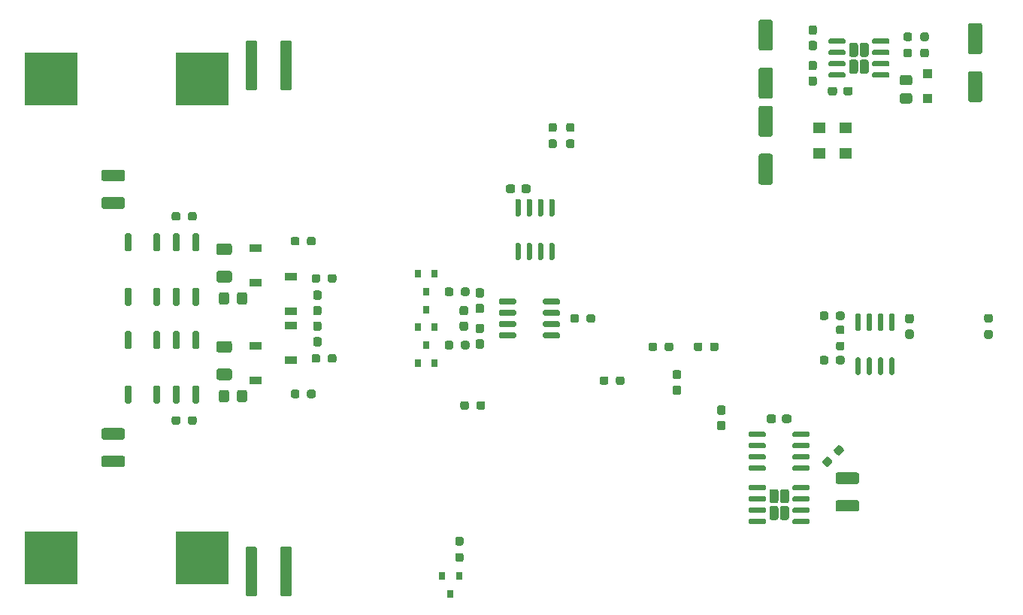
<source format=gtp>
G04 #@! TF.GenerationSoftware,KiCad,Pcbnew,(5.1.9)-1*
G04 #@! TF.CreationDate,2021-04-24T18:19:28-05:00*
G04 #@! TF.ProjectId,high-gain-diff-probe,68696768-2d67-4616-996e-2d646966662d,rev?*
G04 #@! TF.SameCoordinates,Original*
G04 #@! TF.FileFunction,Paste,Top*
G04 #@! TF.FilePolarity,Positive*
%FSLAX46Y46*%
G04 Gerber Fmt 4.6, Leading zero omitted, Abs format (unit mm)*
G04 Created by KiCad (PCBNEW (5.1.9)-1) date 2021-04-24 18:19:28*
%MOMM*%
%LPD*%
G01*
G04 APERTURE LIST*
%ADD10R,6.000000X6.000000*%
%ADD11R,1.100000X1.100000*%
%ADD12R,0.800000X0.900000*%
%ADD13R,1.400000X0.900000*%
%ADD14R,1.400000X1.300000*%
G04 APERTURE END LIST*
G36*
G01*
X194950000Y-72455000D02*
X194950000Y-72755000D01*
G75*
G02*
X194800000Y-72905000I-150000J0D01*
G01*
X193150000Y-72905000D01*
G75*
G02*
X193000000Y-72755000I0J150000D01*
G01*
X193000000Y-72455000D01*
G75*
G02*
X193150000Y-72305000I150000J0D01*
G01*
X194800000Y-72305000D01*
G75*
G02*
X194950000Y-72455000I0J-150000D01*
G01*
G37*
G36*
G01*
X194950000Y-71185000D02*
X194950000Y-71485000D01*
G75*
G02*
X194800000Y-71635000I-150000J0D01*
G01*
X193150000Y-71635000D01*
G75*
G02*
X193000000Y-71485000I0J150000D01*
G01*
X193000000Y-71185000D01*
G75*
G02*
X193150000Y-71035000I150000J0D01*
G01*
X194800000Y-71035000D01*
G75*
G02*
X194950000Y-71185000I0J-150000D01*
G01*
G37*
G36*
G01*
X194950000Y-69915000D02*
X194950000Y-70215000D01*
G75*
G02*
X194800000Y-70365000I-150000J0D01*
G01*
X193150000Y-70365000D01*
G75*
G02*
X193000000Y-70215000I0J150000D01*
G01*
X193000000Y-69915000D01*
G75*
G02*
X193150000Y-69765000I150000J0D01*
G01*
X194800000Y-69765000D01*
G75*
G02*
X194950000Y-69915000I0J-150000D01*
G01*
G37*
G36*
G01*
X194950000Y-68645000D02*
X194950000Y-68945000D01*
G75*
G02*
X194800000Y-69095000I-150000J0D01*
G01*
X193150000Y-69095000D01*
G75*
G02*
X193000000Y-68945000I0J150000D01*
G01*
X193000000Y-68645000D01*
G75*
G02*
X193150000Y-68495000I150000J0D01*
G01*
X194800000Y-68495000D01*
G75*
G02*
X194950000Y-68645000I0J-150000D01*
G01*
G37*
G36*
G01*
X190000000Y-68645000D02*
X190000000Y-68945000D01*
G75*
G02*
X189850000Y-69095000I-150000J0D01*
G01*
X188200000Y-69095000D01*
G75*
G02*
X188050000Y-68945000I0J150000D01*
G01*
X188050000Y-68645000D01*
G75*
G02*
X188200000Y-68495000I150000J0D01*
G01*
X189850000Y-68495000D01*
G75*
G02*
X190000000Y-68645000I0J-150000D01*
G01*
G37*
G36*
G01*
X190000000Y-69915000D02*
X190000000Y-70215000D01*
G75*
G02*
X189850000Y-70365000I-150000J0D01*
G01*
X188200000Y-70365000D01*
G75*
G02*
X188050000Y-70215000I0J150000D01*
G01*
X188050000Y-69915000D01*
G75*
G02*
X188200000Y-69765000I150000J0D01*
G01*
X189850000Y-69765000D01*
G75*
G02*
X190000000Y-69915000I0J-150000D01*
G01*
G37*
G36*
G01*
X190000000Y-71185000D02*
X190000000Y-71485000D01*
G75*
G02*
X189850000Y-71635000I-150000J0D01*
G01*
X188200000Y-71635000D01*
G75*
G02*
X188050000Y-71485000I0J150000D01*
G01*
X188050000Y-71185000D01*
G75*
G02*
X188200000Y-71035000I150000J0D01*
G01*
X189850000Y-71035000D01*
G75*
G02*
X190000000Y-71185000I0J-150000D01*
G01*
G37*
G36*
G01*
X190000000Y-72455000D02*
X190000000Y-72755000D01*
G75*
G02*
X189850000Y-72905000I-150000J0D01*
G01*
X188200000Y-72905000D01*
G75*
G02*
X188050000Y-72755000I0J150000D01*
G01*
X188050000Y-72455000D01*
G75*
G02*
X188200000Y-72305000I150000J0D01*
G01*
X189850000Y-72305000D01*
G75*
G02*
X190000000Y-72455000I0J-150000D01*
G01*
G37*
G36*
G01*
X192605000Y-71105000D02*
X192605000Y-72195000D01*
G75*
G02*
X192355000Y-72445000I-250000J0D01*
G01*
X191845000Y-72445000D01*
G75*
G02*
X191595000Y-72195000I0J250000D01*
G01*
X191595000Y-71105000D01*
G75*
G02*
X191845000Y-70855000I250000J0D01*
G01*
X192355000Y-70855000D01*
G75*
G02*
X192605000Y-71105000I0J-250000D01*
G01*
G37*
G36*
G01*
X192605000Y-69205000D02*
X192605000Y-70295000D01*
G75*
G02*
X192355000Y-70545000I-250000J0D01*
G01*
X191845000Y-70545000D01*
G75*
G02*
X191595000Y-70295000I0J250000D01*
G01*
X191595000Y-69205000D01*
G75*
G02*
X191845000Y-68955000I250000J0D01*
G01*
X192355000Y-68955000D01*
G75*
G02*
X192605000Y-69205000I0J-250000D01*
G01*
G37*
G36*
G01*
X191405000Y-71105000D02*
X191405000Y-72195000D01*
G75*
G02*
X191155000Y-72445000I-250000J0D01*
G01*
X190645000Y-72445000D01*
G75*
G02*
X190395000Y-72195000I0J250000D01*
G01*
X190395000Y-71105000D01*
G75*
G02*
X190645000Y-70855000I250000J0D01*
G01*
X191155000Y-70855000D01*
G75*
G02*
X191405000Y-71105000I0J-250000D01*
G01*
G37*
G36*
G01*
X191405000Y-69205000D02*
X191405000Y-70295000D01*
G75*
G02*
X191155000Y-70545000I-250000J0D01*
G01*
X190645000Y-70545000D01*
G75*
G02*
X190395000Y-70295000I0J250000D01*
G01*
X190395000Y-69205000D01*
G75*
G02*
X190645000Y-68955000I250000J0D01*
G01*
X191155000Y-68955000D01*
G75*
G02*
X191405000Y-69205000I0J-250000D01*
G01*
G37*
G36*
G01*
X179075000Y-119210000D02*
X179075000Y-118910000D01*
G75*
G02*
X179225000Y-118760000I150000J0D01*
G01*
X180875000Y-118760000D01*
G75*
G02*
X181025000Y-118910000I0J-150000D01*
G01*
X181025000Y-119210000D01*
G75*
G02*
X180875000Y-119360000I-150000J0D01*
G01*
X179225000Y-119360000D01*
G75*
G02*
X179075000Y-119210000I0J150000D01*
G01*
G37*
G36*
G01*
X179075000Y-120480000D02*
X179075000Y-120180000D01*
G75*
G02*
X179225000Y-120030000I150000J0D01*
G01*
X180875000Y-120030000D01*
G75*
G02*
X181025000Y-120180000I0J-150000D01*
G01*
X181025000Y-120480000D01*
G75*
G02*
X180875000Y-120630000I-150000J0D01*
G01*
X179225000Y-120630000D01*
G75*
G02*
X179075000Y-120480000I0J150000D01*
G01*
G37*
G36*
G01*
X179075000Y-121750000D02*
X179075000Y-121450000D01*
G75*
G02*
X179225000Y-121300000I150000J0D01*
G01*
X180875000Y-121300000D01*
G75*
G02*
X181025000Y-121450000I0J-150000D01*
G01*
X181025000Y-121750000D01*
G75*
G02*
X180875000Y-121900000I-150000J0D01*
G01*
X179225000Y-121900000D01*
G75*
G02*
X179075000Y-121750000I0J150000D01*
G01*
G37*
G36*
G01*
X179075000Y-123020000D02*
X179075000Y-122720000D01*
G75*
G02*
X179225000Y-122570000I150000J0D01*
G01*
X180875000Y-122570000D01*
G75*
G02*
X181025000Y-122720000I0J-150000D01*
G01*
X181025000Y-123020000D01*
G75*
G02*
X180875000Y-123170000I-150000J0D01*
G01*
X179225000Y-123170000D01*
G75*
G02*
X179075000Y-123020000I0J150000D01*
G01*
G37*
G36*
G01*
X184025000Y-123020000D02*
X184025000Y-122720000D01*
G75*
G02*
X184175000Y-122570000I150000J0D01*
G01*
X185825000Y-122570000D01*
G75*
G02*
X185975000Y-122720000I0J-150000D01*
G01*
X185975000Y-123020000D01*
G75*
G02*
X185825000Y-123170000I-150000J0D01*
G01*
X184175000Y-123170000D01*
G75*
G02*
X184025000Y-123020000I0J150000D01*
G01*
G37*
G36*
G01*
X184025000Y-121750000D02*
X184025000Y-121450000D01*
G75*
G02*
X184175000Y-121300000I150000J0D01*
G01*
X185825000Y-121300000D01*
G75*
G02*
X185975000Y-121450000I0J-150000D01*
G01*
X185975000Y-121750000D01*
G75*
G02*
X185825000Y-121900000I-150000J0D01*
G01*
X184175000Y-121900000D01*
G75*
G02*
X184025000Y-121750000I0J150000D01*
G01*
G37*
G36*
G01*
X184025000Y-120480000D02*
X184025000Y-120180000D01*
G75*
G02*
X184175000Y-120030000I150000J0D01*
G01*
X185825000Y-120030000D01*
G75*
G02*
X185975000Y-120180000I0J-150000D01*
G01*
X185975000Y-120480000D01*
G75*
G02*
X185825000Y-120630000I-150000J0D01*
G01*
X184175000Y-120630000D01*
G75*
G02*
X184025000Y-120480000I0J150000D01*
G01*
G37*
G36*
G01*
X184025000Y-119210000D02*
X184025000Y-118910000D01*
G75*
G02*
X184175000Y-118760000I150000J0D01*
G01*
X185825000Y-118760000D01*
G75*
G02*
X185975000Y-118910000I0J-150000D01*
G01*
X185975000Y-119210000D01*
G75*
G02*
X185825000Y-119360000I-150000J0D01*
G01*
X184175000Y-119360000D01*
G75*
G02*
X184025000Y-119210000I0J150000D01*
G01*
G37*
G36*
G01*
X181420000Y-120560000D02*
X181420000Y-119470000D01*
G75*
G02*
X181670000Y-119220000I250000J0D01*
G01*
X182180000Y-119220000D01*
G75*
G02*
X182430000Y-119470000I0J-250000D01*
G01*
X182430000Y-120560000D01*
G75*
G02*
X182180000Y-120810000I-250000J0D01*
G01*
X181670000Y-120810000D01*
G75*
G02*
X181420000Y-120560000I0J250000D01*
G01*
G37*
G36*
G01*
X181420000Y-122460000D02*
X181420000Y-121370000D01*
G75*
G02*
X181670000Y-121120000I250000J0D01*
G01*
X182180000Y-121120000D01*
G75*
G02*
X182430000Y-121370000I0J-250000D01*
G01*
X182430000Y-122460000D01*
G75*
G02*
X182180000Y-122710000I-250000J0D01*
G01*
X181670000Y-122710000D01*
G75*
G02*
X181420000Y-122460000I0J250000D01*
G01*
G37*
G36*
G01*
X182620000Y-120560000D02*
X182620000Y-119470000D01*
G75*
G02*
X182870000Y-119220000I250000J0D01*
G01*
X183380000Y-119220000D01*
G75*
G02*
X183630000Y-119470000I0J-250000D01*
G01*
X183630000Y-120560000D01*
G75*
G02*
X183380000Y-120810000I-250000J0D01*
G01*
X182870000Y-120810000D01*
G75*
G02*
X182620000Y-120560000I0J250000D01*
G01*
G37*
G36*
G01*
X182620000Y-122460000D02*
X182620000Y-121370000D01*
G75*
G02*
X182870000Y-121120000I250000J0D01*
G01*
X183380000Y-121120000D01*
G75*
G02*
X183630000Y-121370000I0J-250000D01*
G01*
X183630000Y-122460000D01*
G75*
G02*
X183380000Y-122710000I-250000J0D01*
G01*
X182870000Y-122710000D01*
G75*
G02*
X182620000Y-122460000I0J250000D01*
G01*
G37*
D10*
X100500000Y-127000000D03*
X117500000Y-127000000D03*
X100500000Y-73000000D03*
X117500000Y-73000000D03*
G36*
G01*
X146262500Y-126425000D02*
X146737500Y-126425000D01*
G75*
G02*
X146975000Y-126662500I0J-237500D01*
G01*
X146975000Y-127162500D01*
G75*
G02*
X146737500Y-127400000I-237500J0D01*
G01*
X146262500Y-127400000D01*
G75*
G02*
X146025000Y-127162500I0J237500D01*
G01*
X146025000Y-126662500D01*
G75*
G02*
X146262500Y-126425000I237500J0D01*
G01*
G37*
G36*
G01*
X146262500Y-124600000D02*
X146737500Y-124600000D01*
G75*
G02*
X146975000Y-124837500I0J-237500D01*
G01*
X146975000Y-125337500D01*
G75*
G02*
X146737500Y-125575000I-237500J0D01*
G01*
X146262500Y-125575000D01*
G75*
G02*
X146025000Y-125337500I0J237500D01*
G01*
X146025000Y-124837500D01*
G75*
G02*
X146262500Y-124600000I237500J0D01*
G01*
G37*
D11*
X199200000Y-75200000D03*
X199200000Y-72400000D03*
G36*
G01*
X181550000Y-69850000D02*
X180450000Y-69850000D01*
G75*
G02*
X180200000Y-69600000I0J250000D01*
G01*
X180200000Y-66600000D01*
G75*
G02*
X180450000Y-66350000I250000J0D01*
G01*
X181550000Y-66350000D01*
G75*
G02*
X181800000Y-66600000I0J-250000D01*
G01*
X181800000Y-69600000D01*
G75*
G02*
X181550000Y-69850000I-250000J0D01*
G01*
G37*
G36*
G01*
X181550000Y-75250000D02*
X180450000Y-75250000D01*
G75*
G02*
X180200000Y-75000000I0J250000D01*
G01*
X180200000Y-72000000D01*
G75*
G02*
X180450000Y-71750000I250000J0D01*
G01*
X181550000Y-71750000D01*
G75*
G02*
X181800000Y-72000000I0J-250000D01*
G01*
X181800000Y-75000000D01*
G75*
G02*
X181550000Y-75250000I-250000J0D01*
G01*
G37*
G36*
G01*
X181550000Y-79550000D02*
X180450000Y-79550000D01*
G75*
G02*
X180200000Y-79300000I0J250000D01*
G01*
X180200000Y-76300000D01*
G75*
G02*
X180450000Y-76050000I250000J0D01*
G01*
X181550000Y-76050000D01*
G75*
G02*
X181800000Y-76300000I0J-250000D01*
G01*
X181800000Y-79300000D01*
G75*
G02*
X181550000Y-79550000I-250000J0D01*
G01*
G37*
G36*
G01*
X181550000Y-84950000D02*
X180450000Y-84950000D01*
G75*
G02*
X180200000Y-84700000I0J250000D01*
G01*
X180200000Y-81700000D01*
G75*
G02*
X180450000Y-81450000I250000J0D01*
G01*
X181550000Y-81450000D01*
G75*
G02*
X181800000Y-81700000I0J-250000D01*
G01*
X181800000Y-84700000D01*
G75*
G02*
X181550000Y-84950000I-250000J0D01*
G01*
G37*
G36*
G01*
X204050000Y-72150000D02*
X205150000Y-72150000D01*
G75*
G02*
X205400000Y-72400000I0J-250000D01*
G01*
X205400000Y-75400000D01*
G75*
G02*
X205150000Y-75650000I-250000J0D01*
G01*
X204050000Y-75650000D01*
G75*
G02*
X203800000Y-75400000I0J250000D01*
G01*
X203800000Y-72400000D01*
G75*
G02*
X204050000Y-72150000I250000J0D01*
G01*
G37*
G36*
G01*
X204050000Y-66750000D02*
X205150000Y-66750000D01*
G75*
G02*
X205400000Y-67000000I0J-250000D01*
G01*
X205400000Y-70000000D01*
G75*
G02*
X205150000Y-70250000I-250000J0D01*
G01*
X204050000Y-70250000D01*
G75*
G02*
X203800000Y-70000000I0J250000D01*
G01*
X203800000Y-67000000D01*
G75*
G02*
X204050000Y-66750000I250000J0D01*
G01*
G37*
G36*
G01*
X169625000Y-103437500D02*
X169625000Y-102962500D01*
G75*
G02*
X169862500Y-102725000I237500J0D01*
G01*
X170362500Y-102725000D01*
G75*
G02*
X170600000Y-102962500I0J-237500D01*
G01*
X170600000Y-103437500D01*
G75*
G02*
X170362500Y-103675000I-237500J0D01*
G01*
X169862500Y-103675000D01*
G75*
G02*
X169625000Y-103437500I0J237500D01*
G01*
G37*
G36*
G01*
X167800000Y-103437500D02*
X167800000Y-102962500D01*
G75*
G02*
X168037500Y-102725000I237500J0D01*
G01*
X168537500Y-102725000D01*
G75*
G02*
X168775000Y-102962500I0J-237500D01*
G01*
X168775000Y-103437500D01*
G75*
G02*
X168537500Y-103675000I-237500J0D01*
G01*
X168037500Y-103675000D01*
G75*
G02*
X167800000Y-103437500I0J237500D01*
G01*
G37*
G36*
G01*
X173875000Y-102962500D02*
X173875000Y-103437500D01*
G75*
G02*
X173637500Y-103675000I-237500J0D01*
G01*
X173137500Y-103675000D01*
G75*
G02*
X172900000Y-103437500I0J237500D01*
G01*
X172900000Y-102962500D01*
G75*
G02*
X173137500Y-102725000I237500J0D01*
G01*
X173637500Y-102725000D01*
G75*
G02*
X173875000Y-102962500I0J-237500D01*
G01*
G37*
G36*
G01*
X175700000Y-102962500D02*
X175700000Y-103437500D01*
G75*
G02*
X175462500Y-103675000I-237500J0D01*
G01*
X174962500Y-103675000D01*
G75*
G02*
X174725000Y-103437500I0J237500D01*
G01*
X174725000Y-102962500D01*
G75*
G02*
X174962500Y-102725000I237500J0D01*
G01*
X175462500Y-102725000D01*
G75*
G02*
X175700000Y-102962500I0J-237500D01*
G01*
G37*
G36*
G01*
X120550000Y-108299999D02*
X120550000Y-109200001D01*
G75*
G02*
X120300001Y-109450000I-249999J0D01*
G01*
X119649999Y-109450000D01*
G75*
G02*
X119400000Y-109200001I0J249999D01*
G01*
X119400000Y-108299999D01*
G75*
G02*
X119649999Y-108050000I249999J0D01*
G01*
X120300001Y-108050000D01*
G75*
G02*
X120550000Y-108299999I0J-249999D01*
G01*
G37*
G36*
G01*
X122600000Y-108299999D02*
X122600000Y-109200001D01*
G75*
G02*
X122350001Y-109450000I-249999J0D01*
G01*
X121699999Y-109450000D01*
G75*
G02*
X121450000Y-109200001I0J249999D01*
G01*
X121450000Y-108299999D01*
G75*
G02*
X121699999Y-108050000I249999J0D01*
G01*
X122350001Y-108050000D01*
G75*
G02*
X122600000Y-108299999I0J-249999D01*
G01*
G37*
G36*
G01*
X120550000Y-97299999D02*
X120550000Y-98200001D01*
G75*
G02*
X120300001Y-98450000I-249999J0D01*
G01*
X119649999Y-98450000D01*
G75*
G02*
X119400000Y-98200001I0J249999D01*
G01*
X119400000Y-97299999D01*
G75*
G02*
X119649999Y-97050000I249999J0D01*
G01*
X120300001Y-97050000D01*
G75*
G02*
X120550000Y-97299999I0J-249999D01*
G01*
G37*
G36*
G01*
X122600000Y-97299999D02*
X122600000Y-98200001D01*
G75*
G02*
X122350001Y-98450000I-249999J0D01*
G01*
X121699999Y-98450000D01*
G75*
G02*
X121450000Y-98200001I0J249999D01*
G01*
X121450000Y-97299999D01*
G75*
G02*
X121699999Y-97050000I249999J0D01*
G01*
X122350001Y-97050000D01*
G75*
G02*
X122600000Y-97299999I0J-249999D01*
G01*
G37*
D12*
X145500000Y-131000000D03*
X144550000Y-129000000D03*
X146450000Y-129000000D03*
G36*
G01*
X122400000Y-131145300D02*
X122400000Y-125854700D01*
G75*
G02*
X122554700Y-125700000I154700J0D01*
G01*
X123545300Y-125700000D01*
G75*
G02*
X123700000Y-125854700I0J-154700D01*
G01*
X123700000Y-131145300D01*
G75*
G02*
X123545300Y-131300000I-154700J0D01*
G01*
X122554700Y-131300000D01*
G75*
G02*
X122400000Y-131145300I0J154700D01*
G01*
G37*
G36*
G01*
X126300000Y-131145300D02*
X126300000Y-125854700D01*
G75*
G02*
X126454700Y-125700000I154700J0D01*
G01*
X127445300Y-125700000D01*
G75*
G02*
X127600000Y-125854700I0J-154700D01*
G01*
X127600000Y-131145300D01*
G75*
G02*
X127445300Y-131300000I-154700J0D01*
G01*
X126454700Y-131300000D01*
G75*
G02*
X126300000Y-131145300I0J154700D01*
G01*
G37*
G36*
G01*
X127600000Y-68854700D02*
X127600000Y-74145300D01*
G75*
G02*
X127445300Y-74300000I-154700J0D01*
G01*
X126454700Y-74300000D01*
G75*
G02*
X126300000Y-74145300I0J154700D01*
G01*
X126300000Y-68854700D01*
G75*
G02*
X126454700Y-68700000I154700J0D01*
G01*
X127445300Y-68700000D01*
G75*
G02*
X127600000Y-68854700I0J-154700D01*
G01*
G37*
G36*
G01*
X123700000Y-68854700D02*
X123700000Y-74145300D01*
G75*
G02*
X123545300Y-74300000I-154700J0D01*
G01*
X122554700Y-74300000D01*
G75*
G02*
X122400000Y-74145300I0J154700D01*
G01*
X122400000Y-68854700D01*
G75*
G02*
X122554700Y-68700000I154700J0D01*
G01*
X123545300Y-68700000D01*
G75*
G02*
X123700000Y-68854700I0J-154700D01*
G01*
G37*
G36*
G01*
X197237500Y-68762500D02*
X196762500Y-68762500D01*
G75*
G02*
X196525000Y-68525000I0J237500D01*
G01*
X196525000Y-68025000D01*
G75*
G02*
X196762500Y-67787500I237500J0D01*
G01*
X197237500Y-67787500D01*
G75*
G02*
X197475000Y-68025000I0J-237500D01*
G01*
X197475000Y-68525000D01*
G75*
G02*
X197237500Y-68762500I-237500J0D01*
G01*
G37*
G36*
G01*
X197237500Y-70587500D02*
X196762500Y-70587500D01*
G75*
G02*
X196525000Y-70350000I0J237500D01*
G01*
X196525000Y-69850000D01*
G75*
G02*
X196762500Y-69612500I237500J0D01*
G01*
X197237500Y-69612500D01*
G75*
G02*
X197475000Y-69850000I0J-237500D01*
G01*
X197475000Y-70350000D01*
G75*
G02*
X197237500Y-70587500I-237500J0D01*
G01*
G37*
G36*
G01*
X198662500Y-69625000D02*
X199137500Y-69625000D01*
G75*
G02*
X199375000Y-69862500I0J-237500D01*
G01*
X199375000Y-70362500D01*
G75*
G02*
X199137500Y-70600000I-237500J0D01*
G01*
X198662500Y-70600000D01*
G75*
G02*
X198425000Y-70362500I0J237500D01*
G01*
X198425000Y-69862500D01*
G75*
G02*
X198662500Y-69625000I237500J0D01*
G01*
G37*
G36*
G01*
X198662500Y-67800000D02*
X199137500Y-67800000D01*
G75*
G02*
X199375000Y-68037500I0J-237500D01*
G01*
X199375000Y-68537500D01*
G75*
G02*
X199137500Y-68775000I-237500J0D01*
G01*
X198662500Y-68775000D01*
G75*
G02*
X198425000Y-68537500I0J237500D01*
G01*
X198425000Y-68037500D01*
G75*
G02*
X198662500Y-67800000I237500J0D01*
G01*
G37*
G36*
G01*
X181025000Y-116720000D02*
X181025000Y-117020000D01*
G75*
G02*
X180875000Y-117170000I-150000J0D01*
G01*
X179225000Y-117170000D01*
G75*
G02*
X179075000Y-117020000I0J150000D01*
G01*
X179075000Y-116720000D01*
G75*
G02*
X179225000Y-116570000I150000J0D01*
G01*
X180875000Y-116570000D01*
G75*
G02*
X181025000Y-116720000I0J-150000D01*
G01*
G37*
G36*
G01*
X181025000Y-115450000D02*
X181025000Y-115750000D01*
G75*
G02*
X180875000Y-115900000I-150000J0D01*
G01*
X179225000Y-115900000D01*
G75*
G02*
X179075000Y-115750000I0J150000D01*
G01*
X179075000Y-115450000D01*
G75*
G02*
X179225000Y-115300000I150000J0D01*
G01*
X180875000Y-115300000D01*
G75*
G02*
X181025000Y-115450000I0J-150000D01*
G01*
G37*
G36*
G01*
X181025000Y-114180000D02*
X181025000Y-114480000D01*
G75*
G02*
X180875000Y-114630000I-150000J0D01*
G01*
X179225000Y-114630000D01*
G75*
G02*
X179075000Y-114480000I0J150000D01*
G01*
X179075000Y-114180000D01*
G75*
G02*
X179225000Y-114030000I150000J0D01*
G01*
X180875000Y-114030000D01*
G75*
G02*
X181025000Y-114180000I0J-150000D01*
G01*
G37*
G36*
G01*
X181025000Y-112910000D02*
X181025000Y-113210000D01*
G75*
G02*
X180875000Y-113360000I-150000J0D01*
G01*
X179225000Y-113360000D01*
G75*
G02*
X179075000Y-113210000I0J150000D01*
G01*
X179075000Y-112910000D01*
G75*
G02*
X179225000Y-112760000I150000J0D01*
G01*
X180875000Y-112760000D01*
G75*
G02*
X181025000Y-112910000I0J-150000D01*
G01*
G37*
G36*
G01*
X185975000Y-112910000D02*
X185975000Y-113210000D01*
G75*
G02*
X185825000Y-113360000I-150000J0D01*
G01*
X184175000Y-113360000D01*
G75*
G02*
X184025000Y-113210000I0J150000D01*
G01*
X184025000Y-112910000D01*
G75*
G02*
X184175000Y-112760000I150000J0D01*
G01*
X185825000Y-112760000D01*
G75*
G02*
X185975000Y-112910000I0J-150000D01*
G01*
G37*
G36*
G01*
X185975000Y-114180000D02*
X185975000Y-114480000D01*
G75*
G02*
X185825000Y-114630000I-150000J0D01*
G01*
X184175000Y-114630000D01*
G75*
G02*
X184025000Y-114480000I0J150000D01*
G01*
X184025000Y-114180000D01*
G75*
G02*
X184175000Y-114030000I150000J0D01*
G01*
X185825000Y-114030000D01*
G75*
G02*
X185975000Y-114180000I0J-150000D01*
G01*
G37*
G36*
G01*
X185975000Y-115450000D02*
X185975000Y-115750000D01*
G75*
G02*
X185825000Y-115900000I-150000J0D01*
G01*
X184175000Y-115900000D01*
G75*
G02*
X184025000Y-115750000I0J150000D01*
G01*
X184025000Y-115450000D01*
G75*
G02*
X184175000Y-115300000I150000J0D01*
G01*
X185825000Y-115300000D01*
G75*
G02*
X185975000Y-115450000I0J-150000D01*
G01*
G37*
G36*
G01*
X185975000Y-116720000D02*
X185975000Y-117020000D01*
G75*
G02*
X185825000Y-117170000I-150000J0D01*
G01*
X184175000Y-117170000D01*
G75*
G02*
X184025000Y-117020000I0J150000D01*
G01*
X184025000Y-116720000D01*
G75*
G02*
X184175000Y-116570000I150000J0D01*
G01*
X185825000Y-116570000D01*
G75*
G02*
X185975000Y-116720000I0J-150000D01*
G01*
G37*
G36*
G01*
X156755000Y-91500000D02*
X157055000Y-91500000D01*
G75*
G02*
X157205000Y-91650000I0J-150000D01*
G01*
X157205000Y-93300000D01*
G75*
G02*
X157055000Y-93450000I-150000J0D01*
G01*
X156755000Y-93450000D01*
G75*
G02*
X156605000Y-93300000I0J150000D01*
G01*
X156605000Y-91650000D01*
G75*
G02*
X156755000Y-91500000I150000J0D01*
G01*
G37*
G36*
G01*
X155485000Y-91500000D02*
X155785000Y-91500000D01*
G75*
G02*
X155935000Y-91650000I0J-150000D01*
G01*
X155935000Y-93300000D01*
G75*
G02*
X155785000Y-93450000I-150000J0D01*
G01*
X155485000Y-93450000D01*
G75*
G02*
X155335000Y-93300000I0J150000D01*
G01*
X155335000Y-91650000D01*
G75*
G02*
X155485000Y-91500000I150000J0D01*
G01*
G37*
G36*
G01*
X154215000Y-91500000D02*
X154515000Y-91500000D01*
G75*
G02*
X154665000Y-91650000I0J-150000D01*
G01*
X154665000Y-93300000D01*
G75*
G02*
X154515000Y-93450000I-150000J0D01*
G01*
X154215000Y-93450000D01*
G75*
G02*
X154065000Y-93300000I0J150000D01*
G01*
X154065000Y-91650000D01*
G75*
G02*
X154215000Y-91500000I150000J0D01*
G01*
G37*
G36*
G01*
X152945000Y-91500000D02*
X153245000Y-91500000D01*
G75*
G02*
X153395000Y-91650000I0J-150000D01*
G01*
X153395000Y-93300000D01*
G75*
G02*
X153245000Y-93450000I-150000J0D01*
G01*
X152945000Y-93450000D01*
G75*
G02*
X152795000Y-93300000I0J150000D01*
G01*
X152795000Y-91650000D01*
G75*
G02*
X152945000Y-91500000I150000J0D01*
G01*
G37*
G36*
G01*
X152945000Y-86550000D02*
X153245000Y-86550000D01*
G75*
G02*
X153395000Y-86700000I0J-150000D01*
G01*
X153395000Y-88350000D01*
G75*
G02*
X153245000Y-88500000I-150000J0D01*
G01*
X152945000Y-88500000D01*
G75*
G02*
X152795000Y-88350000I0J150000D01*
G01*
X152795000Y-86700000D01*
G75*
G02*
X152945000Y-86550000I150000J0D01*
G01*
G37*
G36*
G01*
X154215000Y-86550000D02*
X154515000Y-86550000D01*
G75*
G02*
X154665000Y-86700000I0J-150000D01*
G01*
X154665000Y-88350000D01*
G75*
G02*
X154515000Y-88500000I-150000J0D01*
G01*
X154215000Y-88500000D01*
G75*
G02*
X154065000Y-88350000I0J150000D01*
G01*
X154065000Y-86700000D01*
G75*
G02*
X154215000Y-86550000I150000J0D01*
G01*
G37*
G36*
G01*
X155485000Y-86550000D02*
X155785000Y-86550000D01*
G75*
G02*
X155935000Y-86700000I0J-150000D01*
G01*
X155935000Y-88350000D01*
G75*
G02*
X155785000Y-88500000I-150000J0D01*
G01*
X155485000Y-88500000D01*
G75*
G02*
X155335000Y-88350000I0J150000D01*
G01*
X155335000Y-86700000D01*
G75*
G02*
X155485000Y-86550000I150000J0D01*
G01*
G37*
G36*
G01*
X156755000Y-86550000D02*
X157055000Y-86550000D01*
G75*
G02*
X157205000Y-86700000I0J-150000D01*
G01*
X157205000Y-88350000D01*
G75*
G02*
X157055000Y-88500000I-150000J0D01*
G01*
X156755000Y-88500000D01*
G75*
G02*
X156605000Y-88350000I0J150000D01*
G01*
X156605000Y-86700000D01*
G75*
G02*
X156755000Y-86550000I150000J0D01*
G01*
G37*
G36*
G01*
X189068458Y-115367418D02*
X188732582Y-115031542D01*
G75*
G02*
X188732582Y-114695666I167938J167938D01*
G01*
X189086136Y-114342112D01*
G75*
G02*
X189422012Y-114342112I167938J-167938D01*
G01*
X189757888Y-114677988D01*
G75*
G02*
X189757888Y-115013864I-167938J-167938D01*
G01*
X189404334Y-115367418D01*
G75*
G02*
X189068458Y-115367418I-167938J167938D01*
G01*
G37*
G36*
G01*
X187777988Y-116657888D02*
X187442112Y-116322012D01*
G75*
G02*
X187442112Y-115986136I167938J167938D01*
G01*
X187795666Y-115632582D01*
G75*
G02*
X188131542Y-115632582I167938J-167938D01*
G01*
X188467418Y-115968458D01*
G75*
G02*
X188467418Y-116304334I-167938J-167938D01*
G01*
X188113864Y-116657888D01*
G75*
G02*
X187777988Y-116657888I-167938J167938D01*
G01*
G37*
G36*
G01*
X164125000Y-107237500D02*
X164125000Y-106762500D01*
G75*
G02*
X164362500Y-106525000I237500J0D01*
G01*
X164862500Y-106525000D01*
G75*
G02*
X165100000Y-106762500I0J-237500D01*
G01*
X165100000Y-107237500D01*
G75*
G02*
X164862500Y-107475000I-237500J0D01*
G01*
X164362500Y-107475000D01*
G75*
G02*
X164125000Y-107237500I0J237500D01*
G01*
G37*
G36*
G01*
X162300000Y-107237500D02*
X162300000Y-106762500D01*
G75*
G02*
X162537500Y-106525000I237500J0D01*
G01*
X163037500Y-106525000D01*
G75*
G02*
X163275000Y-106762500I0J-237500D01*
G01*
X163275000Y-107237500D01*
G75*
G02*
X163037500Y-107475000I-237500J0D01*
G01*
X162537500Y-107475000D01*
G75*
G02*
X162300000Y-107237500I0J237500D01*
G01*
G37*
G36*
G01*
X147575000Y-109562500D02*
X147575000Y-110037500D01*
G75*
G02*
X147337500Y-110275000I-237500J0D01*
G01*
X146837500Y-110275000D01*
G75*
G02*
X146600000Y-110037500I0J237500D01*
G01*
X146600000Y-109562500D01*
G75*
G02*
X146837500Y-109325000I237500J0D01*
G01*
X147337500Y-109325000D01*
G75*
G02*
X147575000Y-109562500I0J-237500D01*
G01*
G37*
G36*
G01*
X149400000Y-109562500D02*
X149400000Y-110037500D01*
G75*
G02*
X149162500Y-110275000I-237500J0D01*
G01*
X148662500Y-110275000D01*
G75*
G02*
X148425000Y-110037500I0J237500D01*
G01*
X148425000Y-109562500D01*
G75*
G02*
X148662500Y-109325000I237500J0D01*
G01*
X149162500Y-109325000D01*
G75*
G02*
X149400000Y-109562500I0J-237500D01*
G01*
G37*
G36*
G01*
X129337500Y-108737500D02*
X129337500Y-108262500D01*
G75*
G02*
X129575000Y-108025000I237500J0D01*
G01*
X130075000Y-108025000D01*
G75*
G02*
X130312500Y-108262500I0J-237500D01*
G01*
X130312500Y-108737500D01*
G75*
G02*
X130075000Y-108975000I-237500J0D01*
G01*
X129575000Y-108975000D01*
G75*
G02*
X129337500Y-108737500I0J237500D01*
G01*
G37*
G36*
G01*
X127512500Y-108737500D02*
X127512500Y-108262500D01*
G75*
G02*
X127750000Y-108025000I237500J0D01*
G01*
X128250000Y-108025000D01*
G75*
G02*
X128487500Y-108262500I0J-237500D01*
G01*
X128487500Y-108737500D01*
G75*
G02*
X128250000Y-108975000I-237500J0D01*
G01*
X127750000Y-108975000D01*
G75*
G02*
X127512500Y-108737500I0J237500D01*
G01*
G37*
G36*
G01*
X129337500Y-91537500D02*
X129337500Y-91062500D01*
G75*
G02*
X129575000Y-90825000I237500J0D01*
G01*
X130075000Y-90825000D01*
G75*
G02*
X130312500Y-91062500I0J-237500D01*
G01*
X130312500Y-91537500D01*
G75*
G02*
X130075000Y-91775000I-237500J0D01*
G01*
X129575000Y-91775000D01*
G75*
G02*
X129337500Y-91537500I0J237500D01*
G01*
G37*
G36*
G01*
X127512500Y-91537500D02*
X127512500Y-91062500D01*
G75*
G02*
X127750000Y-90825000I237500J0D01*
G01*
X128250000Y-90825000D01*
G75*
G02*
X128487500Y-91062500I0J-237500D01*
G01*
X128487500Y-91537500D01*
G75*
G02*
X128250000Y-91775000I-237500J0D01*
G01*
X127750000Y-91775000D01*
G75*
G02*
X127512500Y-91537500I0J237500D01*
G01*
G37*
G36*
G01*
X119374999Y-105650000D02*
X120625001Y-105650000D01*
G75*
G02*
X120875000Y-105899999I0J-249999D01*
G01*
X120875000Y-106700001D01*
G75*
G02*
X120625001Y-106950000I-249999J0D01*
G01*
X119374999Y-106950000D01*
G75*
G02*
X119125000Y-106700001I0J249999D01*
G01*
X119125000Y-105899999D01*
G75*
G02*
X119374999Y-105650000I249999J0D01*
G01*
G37*
G36*
G01*
X119374999Y-102550000D02*
X120625001Y-102550000D01*
G75*
G02*
X120875000Y-102799999I0J-249999D01*
G01*
X120875000Y-103600001D01*
G75*
G02*
X120625001Y-103850000I-249999J0D01*
G01*
X119374999Y-103850000D01*
G75*
G02*
X119125000Y-103600001I0J249999D01*
G01*
X119125000Y-102799999D01*
G75*
G02*
X119374999Y-102550000I249999J0D01*
G01*
G37*
G36*
G01*
X115075000Y-111262500D02*
X115075000Y-111737500D01*
G75*
G02*
X114837500Y-111975000I-237500J0D01*
G01*
X114337500Y-111975000D01*
G75*
G02*
X114100000Y-111737500I0J237500D01*
G01*
X114100000Y-111262500D01*
G75*
G02*
X114337500Y-111025000I237500J0D01*
G01*
X114837500Y-111025000D01*
G75*
G02*
X115075000Y-111262500I0J-237500D01*
G01*
G37*
G36*
G01*
X116900000Y-111262500D02*
X116900000Y-111737500D01*
G75*
G02*
X116662500Y-111975000I-237500J0D01*
G01*
X116162500Y-111975000D01*
G75*
G02*
X115925000Y-111737500I0J237500D01*
G01*
X115925000Y-111262500D01*
G75*
G02*
X116162500Y-111025000I237500J0D01*
G01*
X116662500Y-111025000D01*
G75*
G02*
X116900000Y-111262500I0J-237500D01*
G01*
G37*
G36*
G01*
X115075000Y-88262500D02*
X115075000Y-88737500D01*
G75*
G02*
X114837500Y-88975000I-237500J0D01*
G01*
X114337500Y-88975000D01*
G75*
G02*
X114100000Y-88737500I0J237500D01*
G01*
X114100000Y-88262500D01*
G75*
G02*
X114337500Y-88025000I237500J0D01*
G01*
X114837500Y-88025000D01*
G75*
G02*
X115075000Y-88262500I0J-237500D01*
G01*
G37*
G36*
G01*
X116900000Y-88262500D02*
X116900000Y-88737500D01*
G75*
G02*
X116662500Y-88975000I-237500J0D01*
G01*
X116162500Y-88975000D01*
G75*
G02*
X115925000Y-88737500I0J237500D01*
G01*
X115925000Y-88262500D01*
G75*
G02*
X116162500Y-88025000I237500J0D01*
G01*
X116662500Y-88025000D01*
G75*
G02*
X116900000Y-88262500I0J-237500D01*
G01*
G37*
G36*
G01*
X108575001Y-113650000D02*
X106424999Y-113650000D01*
G75*
G02*
X106175000Y-113400001I0J249999D01*
G01*
X106175000Y-112599999D01*
G75*
G02*
X106424999Y-112350000I249999J0D01*
G01*
X108575001Y-112350000D01*
G75*
G02*
X108825000Y-112599999I0J-249999D01*
G01*
X108825000Y-113400001D01*
G75*
G02*
X108575001Y-113650000I-249999J0D01*
G01*
G37*
G36*
G01*
X108575001Y-116750000D02*
X106424999Y-116750000D01*
G75*
G02*
X106175000Y-116500001I0J249999D01*
G01*
X106175000Y-115699999D01*
G75*
G02*
X106424999Y-115450000I249999J0D01*
G01*
X108575001Y-115450000D01*
G75*
G02*
X108825000Y-115699999I0J-249999D01*
G01*
X108825000Y-116500001D01*
G75*
G02*
X108575001Y-116750000I-249999J0D01*
G01*
G37*
G36*
G01*
X106424999Y-86350000D02*
X108575001Y-86350000D01*
G75*
G02*
X108825000Y-86599999I0J-249999D01*
G01*
X108825000Y-87400001D01*
G75*
G02*
X108575001Y-87650000I-249999J0D01*
G01*
X106424999Y-87650000D01*
G75*
G02*
X106175000Y-87400001I0J249999D01*
G01*
X106175000Y-86599999D01*
G75*
G02*
X106424999Y-86350000I249999J0D01*
G01*
G37*
G36*
G01*
X106424999Y-83250000D02*
X108575001Y-83250000D01*
G75*
G02*
X108825000Y-83499999I0J-249999D01*
G01*
X108825000Y-84300001D01*
G75*
G02*
X108575001Y-84550000I-249999J0D01*
G01*
X106424999Y-84550000D01*
G75*
G02*
X106175000Y-84300001I0J249999D01*
G01*
X106175000Y-83499999D01*
G75*
G02*
X106424999Y-83250000I249999J0D01*
G01*
G37*
G36*
G01*
X119374999Y-94650000D02*
X120625001Y-94650000D01*
G75*
G02*
X120875000Y-94899999I0J-249999D01*
G01*
X120875000Y-95700001D01*
G75*
G02*
X120625001Y-95950000I-249999J0D01*
G01*
X119374999Y-95950000D01*
G75*
G02*
X119125000Y-95700001I0J249999D01*
G01*
X119125000Y-94899999D01*
G75*
G02*
X119374999Y-94650000I249999J0D01*
G01*
G37*
G36*
G01*
X119374999Y-91550000D02*
X120625001Y-91550000D01*
G75*
G02*
X120875000Y-91799999I0J-249999D01*
G01*
X120875000Y-92600001D01*
G75*
G02*
X120625001Y-92850000I-249999J0D01*
G01*
X119374999Y-92850000D01*
G75*
G02*
X119125000Y-92600001I0J249999D01*
G01*
X119125000Y-91799999D01*
G75*
G02*
X119374999Y-91550000I249999J0D01*
G01*
G37*
G36*
G01*
X109400000Y-109600000D02*
X109000000Y-109600000D01*
G75*
G02*
X108800000Y-109400000I0J200000D01*
G01*
X108800000Y-107740000D01*
G75*
G02*
X109000000Y-107540000I200000J0D01*
G01*
X109400000Y-107540000D01*
G75*
G02*
X109600000Y-107740000I0J-200000D01*
G01*
X109600000Y-109400000D01*
G75*
G02*
X109400000Y-109600000I-200000J0D01*
G01*
G37*
G36*
G01*
X112600000Y-109600000D02*
X112200000Y-109600000D01*
G75*
G02*
X112000000Y-109400000I0J200000D01*
G01*
X112000000Y-107740000D01*
G75*
G02*
X112200000Y-107540000I200000J0D01*
G01*
X112600000Y-107540000D01*
G75*
G02*
X112800000Y-107740000I0J-200000D01*
G01*
X112800000Y-109400000D01*
G75*
G02*
X112600000Y-109600000I-200000J0D01*
G01*
G37*
G36*
G01*
X114800000Y-109600000D02*
X114400000Y-109600000D01*
G75*
G02*
X114200000Y-109400000I0J200000D01*
G01*
X114200000Y-107740000D01*
G75*
G02*
X114400000Y-107540000I200000J0D01*
G01*
X114800000Y-107540000D01*
G75*
G02*
X115000000Y-107740000I0J-200000D01*
G01*
X115000000Y-109400000D01*
G75*
G02*
X114800000Y-109600000I-200000J0D01*
G01*
G37*
G36*
G01*
X117000000Y-109600000D02*
X116600000Y-109600000D01*
G75*
G02*
X116400000Y-109400000I0J200000D01*
G01*
X116400000Y-107740000D01*
G75*
G02*
X116600000Y-107540000I200000J0D01*
G01*
X117000000Y-107540000D01*
G75*
G02*
X117200000Y-107740000I0J-200000D01*
G01*
X117200000Y-109400000D01*
G75*
G02*
X117000000Y-109600000I-200000J0D01*
G01*
G37*
G36*
G01*
X117000000Y-103460000D02*
X116600000Y-103460000D01*
G75*
G02*
X116400000Y-103260000I0J200000D01*
G01*
X116400000Y-101600000D01*
G75*
G02*
X116600000Y-101400000I200000J0D01*
G01*
X117000000Y-101400000D01*
G75*
G02*
X117200000Y-101600000I0J-200000D01*
G01*
X117200000Y-103260000D01*
G75*
G02*
X117000000Y-103460000I-200000J0D01*
G01*
G37*
G36*
G01*
X114800000Y-103460000D02*
X114400000Y-103460000D01*
G75*
G02*
X114200000Y-103260000I0J200000D01*
G01*
X114200000Y-101600000D01*
G75*
G02*
X114400000Y-101400000I200000J0D01*
G01*
X114800000Y-101400000D01*
G75*
G02*
X115000000Y-101600000I0J-200000D01*
G01*
X115000000Y-103260000D01*
G75*
G02*
X114800000Y-103460000I-200000J0D01*
G01*
G37*
G36*
G01*
X112600000Y-103460000D02*
X112200000Y-103460000D01*
G75*
G02*
X112000000Y-103260000I0J200000D01*
G01*
X112000000Y-101600000D01*
G75*
G02*
X112200000Y-101400000I200000J0D01*
G01*
X112600000Y-101400000D01*
G75*
G02*
X112800000Y-101600000I0J-200000D01*
G01*
X112800000Y-103260000D01*
G75*
G02*
X112600000Y-103460000I-200000J0D01*
G01*
G37*
G36*
G01*
X109400000Y-103460000D02*
X109000000Y-103460000D01*
G75*
G02*
X108800000Y-103260000I0J200000D01*
G01*
X108800000Y-101600000D01*
G75*
G02*
X109000000Y-101400000I200000J0D01*
G01*
X109400000Y-101400000D01*
G75*
G02*
X109600000Y-101600000I0J-200000D01*
G01*
X109600000Y-103260000D01*
G75*
G02*
X109400000Y-103460000I-200000J0D01*
G01*
G37*
G36*
G01*
X109400000Y-98600000D02*
X109000000Y-98600000D01*
G75*
G02*
X108800000Y-98400000I0J200000D01*
G01*
X108800000Y-96740000D01*
G75*
G02*
X109000000Y-96540000I200000J0D01*
G01*
X109400000Y-96540000D01*
G75*
G02*
X109600000Y-96740000I0J-200000D01*
G01*
X109600000Y-98400000D01*
G75*
G02*
X109400000Y-98600000I-200000J0D01*
G01*
G37*
G36*
G01*
X112600000Y-98600000D02*
X112200000Y-98600000D01*
G75*
G02*
X112000000Y-98400000I0J200000D01*
G01*
X112000000Y-96740000D01*
G75*
G02*
X112200000Y-96540000I200000J0D01*
G01*
X112600000Y-96540000D01*
G75*
G02*
X112800000Y-96740000I0J-200000D01*
G01*
X112800000Y-98400000D01*
G75*
G02*
X112600000Y-98600000I-200000J0D01*
G01*
G37*
G36*
G01*
X114800000Y-98600000D02*
X114400000Y-98600000D01*
G75*
G02*
X114200000Y-98400000I0J200000D01*
G01*
X114200000Y-96740000D01*
G75*
G02*
X114400000Y-96540000I200000J0D01*
G01*
X114800000Y-96540000D01*
G75*
G02*
X115000000Y-96740000I0J-200000D01*
G01*
X115000000Y-98400000D01*
G75*
G02*
X114800000Y-98600000I-200000J0D01*
G01*
G37*
G36*
G01*
X117000000Y-98600000D02*
X116600000Y-98600000D01*
G75*
G02*
X116400000Y-98400000I0J200000D01*
G01*
X116400000Y-96740000D01*
G75*
G02*
X116600000Y-96540000I200000J0D01*
G01*
X117000000Y-96540000D01*
G75*
G02*
X117200000Y-96740000I0J-200000D01*
G01*
X117200000Y-98400000D01*
G75*
G02*
X117000000Y-98600000I-200000J0D01*
G01*
G37*
G36*
G01*
X117000000Y-92460000D02*
X116600000Y-92460000D01*
G75*
G02*
X116400000Y-92260000I0J200000D01*
G01*
X116400000Y-90600000D01*
G75*
G02*
X116600000Y-90400000I200000J0D01*
G01*
X117000000Y-90400000D01*
G75*
G02*
X117200000Y-90600000I0J-200000D01*
G01*
X117200000Y-92260000D01*
G75*
G02*
X117000000Y-92460000I-200000J0D01*
G01*
G37*
G36*
G01*
X114800000Y-92460000D02*
X114400000Y-92460000D01*
G75*
G02*
X114200000Y-92260000I0J200000D01*
G01*
X114200000Y-90600000D01*
G75*
G02*
X114400000Y-90400000I200000J0D01*
G01*
X114800000Y-90400000D01*
G75*
G02*
X115000000Y-90600000I0J-200000D01*
G01*
X115000000Y-92260000D01*
G75*
G02*
X114800000Y-92460000I-200000J0D01*
G01*
G37*
G36*
G01*
X112600000Y-92460000D02*
X112200000Y-92460000D01*
G75*
G02*
X112000000Y-92260000I0J200000D01*
G01*
X112000000Y-90600000D01*
G75*
G02*
X112200000Y-90400000I200000J0D01*
G01*
X112600000Y-90400000D01*
G75*
G02*
X112800000Y-90600000I0J-200000D01*
G01*
X112800000Y-92260000D01*
G75*
G02*
X112600000Y-92460000I-200000J0D01*
G01*
G37*
G36*
G01*
X109400000Y-92460000D02*
X109000000Y-92460000D01*
G75*
G02*
X108800000Y-92260000I0J200000D01*
G01*
X108800000Y-90600000D01*
G75*
G02*
X109000000Y-90400000I200000J0D01*
G01*
X109400000Y-90400000D01*
G75*
G02*
X109600000Y-90600000I0J-200000D01*
G01*
X109600000Y-92260000D01*
G75*
G02*
X109400000Y-92460000I-200000J0D01*
G01*
G37*
G36*
G01*
X196349999Y-74650000D02*
X197250001Y-74650000D01*
G75*
G02*
X197500000Y-74899999I0J-249999D01*
G01*
X197500000Y-75550001D01*
G75*
G02*
X197250001Y-75800000I-249999J0D01*
G01*
X196349999Y-75800000D01*
G75*
G02*
X196100000Y-75550001I0J249999D01*
G01*
X196100000Y-74899999D01*
G75*
G02*
X196349999Y-74650000I249999J0D01*
G01*
G37*
G36*
G01*
X196349999Y-72600000D02*
X197250001Y-72600000D01*
G75*
G02*
X197500000Y-72849999I0J-249999D01*
G01*
X197500000Y-73500001D01*
G75*
G02*
X197250001Y-73750000I-249999J0D01*
G01*
X196349999Y-73750000D01*
G75*
G02*
X196100000Y-73500001I0J249999D01*
G01*
X196100000Y-72849999D01*
G75*
G02*
X196349999Y-72600000I249999J0D01*
G01*
G37*
G36*
G01*
X182150000Y-111062500D02*
X182150000Y-111537500D01*
G75*
G02*
X181912500Y-111775000I-237500J0D01*
G01*
X181337500Y-111775000D01*
G75*
G02*
X181100000Y-111537500I0J237500D01*
G01*
X181100000Y-111062500D01*
G75*
G02*
X181337500Y-110825000I237500J0D01*
G01*
X181912500Y-110825000D01*
G75*
G02*
X182150000Y-111062500I0J-237500D01*
G01*
G37*
G36*
G01*
X183900000Y-111062500D02*
X183900000Y-111537500D01*
G75*
G02*
X183662500Y-111775000I-237500J0D01*
G01*
X183087500Y-111775000D01*
G75*
G02*
X182850000Y-111537500I0J237500D01*
G01*
X182850000Y-111062500D01*
G75*
G02*
X183087500Y-110825000I237500J0D01*
G01*
X183662500Y-110825000D01*
G75*
G02*
X183900000Y-111062500I0J-237500D01*
G01*
G37*
D13*
X123500000Y-106950000D03*
X123500000Y-103050000D03*
X123500000Y-95950000D03*
X123500000Y-92050000D03*
G36*
G01*
X195055000Y-99450000D02*
X195355000Y-99450000D01*
G75*
G02*
X195505000Y-99600000I0J-150000D01*
G01*
X195505000Y-101250000D01*
G75*
G02*
X195355000Y-101400000I-150000J0D01*
G01*
X195055000Y-101400000D01*
G75*
G02*
X194905000Y-101250000I0J150000D01*
G01*
X194905000Y-99600000D01*
G75*
G02*
X195055000Y-99450000I150000J0D01*
G01*
G37*
G36*
G01*
X193785000Y-99450000D02*
X194085000Y-99450000D01*
G75*
G02*
X194235000Y-99600000I0J-150000D01*
G01*
X194235000Y-101250000D01*
G75*
G02*
X194085000Y-101400000I-150000J0D01*
G01*
X193785000Y-101400000D01*
G75*
G02*
X193635000Y-101250000I0J150000D01*
G01*
X193635000Y-99600000D01*
G75*
G02*
X193785000Y-99450000I150000J0D01*
G01*
G37*
G36*
G01*
X192515000Y-99450000D02*
X192815000Y-99450000D01*
G75*
G02*
X192965000Y-99600000I0J-150000D01*
G01*
X192965000Y-101250000D01*
G75*
G02*
X192815000Y-101400000I-150000J0D01*
G01*
X192515000Y-101400000D01*
G75*
G02*
X192365000Y-101250000I0J150000D01*
G01*
X192365000Y-99600000D01*
G75*
G02*
X192515000Y-99450000I150000J0D01*
G01*
G37*
G36*
G01*
X191245000Y-99450000D02*
X191545000Y-99450000D01*
G75*
G02*
X191695000Y-99600000I0J-150000D01*
G01*
X191695000Y-101250000D01*
G75*
G02*
X191545000Y-101400000I-150000J0D01*
G01*
X191245000Y-101400000D01*
G75*
G02*
X191095000Y-101250000I0J150000D01*
G01*
X191095000Y-99600000D01*
G75*
G02*
X191245000Y-99450000I150000J0D01*
G01*
G37*
G36*
G01*
X191245000Y-104400000D02*
X191545000Y-104400000D01*
G75*
G02*
X191695000Y-104550000I0J-150000D01*
G01*
X191695000Y-106200000D01*
G75*
G02*
X191545000Y-106350000I-150000J0D01*
G01*
X191245000Y-106350000D01*
G75*
G02*
X191095000Y-106200000I0J150000D01*
G01*
X191095000Y-104550000D01*
G75*
G02*
X191245000Y-104400000I150000J0D01*
G01*
G37*
G36*
G01*
X192515000Y-104400000D02*
X192815000Y-104400000D01*
G75*
G02*
X192965000Y-104550000I0J-150000D01*
G01*
X192965000Y-106200000D01*
G75*
G02*
X192815000Y-106350000I-150000J0D01*
G01*
X192515000Y-106350000D01*
G75*
G02*
X192365000Y-106200000I0J150000D01*
G01*
X192365000Y-104550000D01*
G75*
G02*
X192515000Y-104400000I150000J0D01*
G01*
G37*
G36*
G01*
X193785000Y-104400000D02*
X194085000Y-104400000D01*
G75*
G02*
X194235000Y-104550000I0J-150000D01*
G01*
X194235000Y-106200000D01*
G75*
G02*
X194085000Y-106350000I-150000J0D01*
G01*
X193785000Y-106350000D01*
G75*
G02*
X193635000Y-106200000I0J150000D01*
G01*
X193635000Y-104550000D01*
G75*
G02*
X193785000Y-104400000I150000J0D01*
G01*
G37*
G36*
G01*
X195055000Y-104400000D02*
X195355000Y-104400000D01*
G75*
G02*
X195505000Y-104550000I0J-150000D01*
G01*
X195505000Y-106200000D01*
G75*
G02*
X195355000Y-106350000I-150000J0D01*
G01*
X195055000Y-106350000D01*
G75*
G02*
X194905000Y-106200000I0J150000D01*
G01*
X194905000Y-104550000D01*
G75*
G02*
X195055000Y-104400000I150000J0D01*
G01*
G37*
G36*
G01*
X155900000Y-98245000D02*
X155900000Y-97945000D01*
G75*
G02*
X156050000Y-97795000I150000J0D01*
G01*
X157700000Y-97795000D01*
G75*
G02*
X157850000Y-97945000I0J-150000D01*
G01*
X157850000Y-98245000D01*
G75*
G02*
X157700000Y-98395000I-150000J0D01*
G01*
X156050000Y-98395000D01*
G75*
G02*
X155900000Y-98245000I0J150000D01*
G01*
G37*
G36*
G01*
X155900000Y-99515000D02*
X155900000Y-99215000D01*
G75*
G02*
X156050000Y-99065000I150000J0D01*
G01*
X157700000Y-99065000D01*
G75*
G02*
X157850000Y-99215000I0J-150000D01*
G01*
X157850000Y-99515000D01*
G75*
G02*
X157700000Y-99665000I-150000J0D01*
G01*
X156050000Y-99665000D01*
G75*
G02*
X155900000Y-99515000I0J150000D01*
G01*
G37*
G36*
G01*
X155900000Y-100785000D02*
X155900000Y-100485000D01*
G75*
G02*
X156050000Y-100335000I150000J0D01*
G01*
X157700000Y-100335000D01*
G75*
G02*
X157850000Y-100485000I0J-150000D01*
G01*
X157850000Y-100785000D01*
G75*
G02*
X157700000Y-100935000I-150000J0D01*
G01*
X156050000Y-100935000D01*
G75*
G02*
X155900000Y-100785000I0J150000D01*
G01*
G37*
G36*
G01*
X155900000Y-102055000D02*
X155900000Y-101755000D01*
G75*
G02*
X156050000Y-101605000I150000J0D01*
G01*
X157700000Y-101605000D01*
G75*
G02*
X157850000Y-101755000I0J-150000D01*
G01*
X157850000Y-102055000D01*
G75*
G02*
X157700000Y-102205000I-150000J0D01*
G01*
X156050000Y-102205000D01*
G75*
G02*
X155900000Y-102055000I0J150000D01*
G01*
G37*
G36*
G01*
X150950000Y-102055000D02*
X150950000Y-101755000D01*
G75*
G02*
X151100000Y-101605000I150000J0D01*
G01*
X152750000Y-101605000D01*
G75*
G02*
X152900000Y-101755000I0J-150000D01*
G01*
X152900000Y-102055000D01*
G75*
G02*
X152750000Y-102205000I-150000J0D01*
G01*
X151100000Y-102205000D01*
G75*
G02*
X150950000Y-102055000I0J150000D01*
G01*
G37*
G36*
G01*
X150950000Y-100785000D02*
X150950000Y-100485000D01*
G75*
G02*
X151100000Y-100335000I150000J0D01*
G01*
X152750000Y-100335000D01*
G75*
G02*
X152900000Y-100485000I0J-150000D01*
G01*
X152900000Y-100785000D01*
G75*
G02*
X152750000Y-100935000I-150000J0D01*
G01*
X151100000Y-100935000D01*
G75*
G02*
X150950000Y-100785000I0J150000D01*
G01*
G37*
G36*
G01*
X150950000Y-99515000D02*
X150950000Y-99215000D01*
G75*
G02*
X151100000Y-99065000I150000J0D01*
G01*
X152750000Y-99065000D01*
G75*
G02*
X152900000Y-99215000I0J-150000D01*
G01*
X152900000Y-99515000D01*
G75*
G02*
X152750000Y-99665000I-150000J0D01*
G01*
X151100000Y-99665000D01*
G75*
G02*
X150950000Y-99515000I0J150000D01*
G01*
G37*
G36*
G01*
X150950000Y-98245000D02*
X150950000Y-97945000D01*
G75*
G02*
X151100000Y-97795000I150000J0D01*
G01*
X152750000Y-97795000D01*
G75*
G02*
X152900000Y-97945000I0J-150000D01*
G01*
X152900000Y-98245000D01*
G75*
G02*
X152750000Y-98395000I-150000J0D01*
G01*
X151100000Y-98395000D01*
G75*
G02*
X150950000Y-98245000I0J150000D01*
G01*
G37*
G36*
G01*
X205862500Y-99500000D02*
X206337500Y-99500000D01*
G75*
G02*
X206575000Y-99737500I0J-237500D01*
G01*
X206575000Y-100237500D01*
G75*
G02*
X206337500Y-100475000I-237500J0D01*
G01*
X205862500Y-100475000D01*
G75*
G02*
X205625000Y-100237500I0J237500D01*
G01*
X205625000Y-99737500D01*
G75*
G02*
X205862500Y-99500000I237500J0D01*
G01*
G37*
G36*
G01*
X205862500Y-101325000D02*
X206337500Y-101325000D01*
G75*
G02*
X206575000Y-101562500I0J-237500D01*
G01*
X206575000Y-102062500D01*
G75*
G02*
X206337500Y-102300000I-237500J0D01*
G01*
X205862500Y-102300000D01*
G75*
G02*
X205625000Y-102062500I0J237500D01*
G01*
X205625000Y-101562500D01*
G75*
G02*
X205862500Y-101325000I237500J0D01*
G01*
G37*
G36*
G01*
X187087500Y-104937500D02*
X187087500Y-104462500D01*
G75*
G02*
X187325000Y-104225000I237500J0D01*
G01*
X187825000Y-104225000D01*
G75*
G02*
X188062500Y-104462500I0J-237500D01*
G01*
X188062500Y-104937500D01*
G75*
G02*
X187825000Y-105175000I-237500J0D01*
G01*
X187325000Y-105175000D01*
G75*
G02*
X187087500Y-104937500I0J237500D01*
G01*
G37*
G36*
G01*
X188912500Y-104937500D02*
X188912500Y-104462500D01*
G75*
G02*
X189150000Y-104225000I237500J0D01*
G01*
X189650000Y-104225000D01*
G75*
G02*
X189887500Y-104462500I0J-237500D01*
G01*
X189887500Y-104937500D01*
G75*
G02*
X189650000Y-105175000I-237500J0D01*
G01*
X189150000Y-105175000D01*
G75*
G02*
X188912500Y-104937500I0J237500D01*
G01*
G37*
G36*
G01*
X189637500Y-103600000D02*
X189162500Y-103600000D01*
G75*
G02*
X188925000Y-103362500I0J237500D01*
G01*
X188925000Y-102862500D01*
G75*
G02*
X189162500Y-102625000I237500J0D01*
G01*
X189637500Y-102625000D01*
G75*
G02*
X189875000Y-102862500I0J-237500D01*
G01*
X189875000Y-103362500D01*
G75*
G02*
X189637500Y-103600000I-237500J0D01*
G01*
G37*
G36*
G01*
X189637500Y-101775000D02*
X189162500Y-101775000D01*
G75*
G02*
X188925000Y-101537500I0J237500D01*
G01*
X188925000Y-101037500D01*
G75*
G02*
X189162500Y-100800000I237500J0D01*
G01*
X189637500Y-100800000D01*
G75*
G02*
X189875000Y-101037500I0J-237500D01*
G01*
X189875000Y-101537500D01*
G75*
G02*
X189637500Y-101775000I-237500J0D01*
G01*
G37*
G36*
G01*
X189887500Y-99462500D02*
X189887500Y-99937500D01*
G75*
G02*
X189650000Y-100175000I-237500J0D01*
G01*
X189150000Y-100175000D01*
G75*
G02*
X188912500Y-99937500I0J237500D01*
G01*
X188912500Y-99462500D01*
G75*
G02*
X189150000Y-99225000I237500J0D01*
G01*
X189650000Y-99225000D01*
G75*
G02*
X189887500Y-99462500I0J-237500D01*
G01*
G37*
G36*
G01*
X188062500Y-99462500D02*
X188062500Y-99937500D01*
G75*
G02*
X187825000Y-100175000I-237500J0D01*
G01*
X187325000Y-100175000D01*
G75*
G02*
X187087500Y-99937500I0J237500D01*
G01*
X187087500Y-99462500D01*
G75*
G02*
X187325000Y-99225000I237500J0D01*
G01*
X187825000Y-99225000D01*
G75*
G02*
X188062500Y-99462500I0J-237500D01*
G01*
G37*
G36*
G01*
X189124999Y-120450000D02*
X191275001Y-120450000D01*
G75*
G02*
X191525000Y-120699999I0J-249999D01*
G01*
X191525000Y-121500001D01*
G75*
G02*
X191275001Y-121750000I-249999J0D01*
G01*
X189124999Y-121750000D01*
G75*
G02*
X188875000Y-121500001I0J249999D01*
G01*
X188875000Y-120699999D01*
G75*
G02*
X189124999Y-120450000I249999J0D01*
G01*
G37*
G36*
G01*
X189124999Y-117350000D02*
X191275001Y-117350000D01*
G75*
G02*
X191525000Y-117599999I0J-249999D01*
G01*
X191525000Y-118400001D01*
G75*
G02*
X191275001Y-118650000I-249999J0D01*
G01*
X189124999Y-118650000D01*
G75*
G02*
X188875000Y-118400001I0J249999D01*
G01*
X188875000Y-117599999D01*
G75*
G02*
X189124999Y-117350000I249999J0D01*
G01*
G37*
G36*
G01*
X158762500Y-79837500D02*
X159237500Y-79837500D01*
G75*
G02*
X159475000Y-80075000I0J-237500D01*
G01*
X159475000Y-80575000D01*
G75*
G02*
X159237500Y-80812500I-237500J0D01*
G01*
X158762500Y-80812500D01*
G75*
G02*
X158525000Y-80575000I0J237500D01*
G01*
X158525000Y-80075000D01*
G75*
G02*
X158762500Y-79837500I237500J0D01*
G01*
G37*
G36*
G01*
X158762500Y-78012500D02*
X159237500Y-78012500D01*
G75*
G02*
X159475000Y-78250000I0J-237500D01*
G01*
X159475000Y-78750000D01*
G75*
G02*
X159237500Y-78987500I-237500J0D01*
G01*
X158762500Y-78987500D01*
G75*
G02*
X158525000Y-78750000I0J237500D01*
G01*
X158525000Y-78250000D01*
G75*
G02*
X158762500Y-78012500I237500J0D01*
G01*
G37*
G36*
G01*
X157237500Y-78987500D02*
X156762500Y-78987500D01*
G75*
G02*
X156525000Y-78750000I0J237500D01*
G01*
X156525000Y-78250000D01*
G75*
G02*
X156762500Y-78012500I237500J0D01*
G01*
X157237500Y-78012500D01*
G75*
G02*
X157475000Y-78250000I0J-237500D01*
G01*
X157475000Y-78750000D01*
G75*
G02*
X157237500Y-78987500I-237500J0D01*
G01*
G37*
G36*
G01*
X157237500Y-80812500D02*
X156762500Y-80812500D01*
G75*
G02*
X156525000Y-80575000I0J237500D01*
G01*
X156525000Y-80075000D01*
G75*
G02*
X156762500Y-79837500I237500J0D01*
G01*
X157237500Y-79837500D01*
G75*
G02*
X157475000Y-80075000I0J-237500D01*
G01*
X157475000Y-80575000D01*
G75*
G02*
X157237500Y-80812500I-237500J0D01*
G01*
G37*
G36*
G01*
X159975000Y-99762500D02*
X159975000Y-100237500D01*
G75*
G02*
X159737500Y-100475000I-237500J0D01*
G01*
X159237500Y-100475000D01*
G75*
G02*
X159000000Y-100237500I0J237500D01*
G01*
X159000000Y-99762500D01*
G75*
G02*
X159237500Y-99525000I237500J0D01*
G01*
X159737500Y-99525000D01*
G75*
G02*
X159975000Y-99762500I0J-237500D01*
G01*
G37*
G36*
G01*
X161800000Y-99762500D02*
X161800000Y-100237500D01*
G75*
G02*
X161562500Y-100475000I-237500J0D01*
G01*
X161062500Y-100475000D01*
G75*
G02*
X160825000Y-100237500I0J237500D01*
G01*
X160825000Y-99762500D01*
G75*
G02*
X161062500Y-99525000I237500J0D01*
G01*
X161562500Y-99525000D01*
G75*
G02*
X161800000Y-99762500I0J-237500D01*
G01*
G37*
G36*
G01*
X145825000Y-102762500D02*
X145825000Y-103237500D01*
G75*
G02*
X145587500Y-103475000I-237500J0D01*
G01*
X145087500Y-103475000D01*
G75*
G02*
X144850000Y-103237500I0J237500D01*
G01*
X144850000Y-102762500D01*
G75*
G02*
X145087500Y-102525000I237500J0D01*
G01*
X145587500Y-102525000D01*
G75*
G02*
X145825000Y-102762500I0J-237500D01*
G01*
G37*
G36*
G01*
X147650000Y-102762500D02*
X147650000Y-103237500D01*
G75*
G02*
X147412500Y-103475000I-237500J0D01*
G01*
X146912500Y-103475000D01*
G75*
G02*
X146675000Y-103237500I0J237500D01*
G01*
X146675000Y-102762500D01*
G75*
G02*
X146912500Y-102525000I237500J0D01*
G01*
X147412500Y-102525000D01*
G75*
G02*
X147650000Y-102762500I0J-237500D01*
G01*
G37*
G36*
G01*
X145825000Y-96762500D02*
X145825000Y-97237500D01*
G75*
G02*
X145587500Y-97475000I-237500J0D01*
G01*
X145087500Y-97475000D01*
G75*
G02*
X144850000Y-97237500I0J237500D01*
G01*
X144850000Y-96762500D01*
G75*
G02*
X145087500Y-96525000I237500J0D01*
G01*
X145587500Y-96525000D01*
G75*
G02*
X145825000Y-96762500I0J-237500D01*
G01*
G37*
G36*
G01*
X147650000Y-96762500D02*
X147650000Y-97237500D01*
G75*
G02*
X147412500Y-97475000I-237500J0D01*
G01*
X146912500Y-97475000D01*
G75*
G02*
X146675000Y-97237500I0J237500D01*
G01*
X146675000Y-96762500D01*
G75*
G02*
X146912500Y-96525000I237500J0D01*
G01*
X147412500Y-96525000D01*
G75*
G02*
X147650000Y-96762500I0J-237500D01*
G01*
G37*
G36*
G01*
X130825000Y-104262500D02*
X130825000Y-104737500D01*
G75*
G02*
X130587500Y-104975000I-237500J0D01*
G01*
X130087500Y-104975000D01*
G75*
G02*
X129850000Y-104737500I0J237500D01*
G01*
X129850000Y-104262500D01*
G75*
G02*
X130087500Y-104025000I237500J0D01*
G01*
X130587500Y-104025000D01*
G75*
G02*
X130825000Y-104262500I0J-237500D01*
G01*
G37*
G36*
G01*
X132650000Y-104262500D02*
X132650000Y-104737500D01*
G75*
G02*
X132412500Y-104975000I-237500J0D01*
G01*
X131912500Y-104975000D01*
G75*
G02*
X131675000Y-104737500I0J237500D01*
G01*
X131675000Y-104262500D01*
G75*
G02*
X131912500Y-104025000I237500J0D01*
G01*
X132412500Y-104025000D01*
G75*
G02*
X132650000Y-104262500I0J-237500D01*
G01*
G37*
G36*
G01*
X131675000Y-95737500D02*
X131675000Y-95262500D01*
G75*
G02*
X131912500Y-95025000I237500J0D01*
G01*
X132412500Y-95025000D01*
G75*
G02*
X132650000Y-95262500I0J-237500D01*
G01*
X132650000Y-95737500D01*
G75*
G02*
X132412500Y-95975000I-237500J0D01*
G01*
X131912500Y-95975000D01*
G75*
G02*
X131675000Y-95737500I0J237500D01*
G01*
G37*
G36*
G01*
X129850000Y-95737500D02*
X129850000Y-95262500D01*
G75*
G02*
X130087500Y-95025000I237500J0D01*
G01*
X130587500Y-95025000D01*
G75*
G02*
X130825000Y-95262500I0J-237500D01*
G01*
X130825000Y-95737500D01*
G75*
G02*
X130587500Y-95975000I-237500J0D01*
G01*
X130087500Y-95975000D01*
G75*
G02*
X129850000Y-95737500I0J237500D01*
G01*
G37*
D14*
X190000000Y-81450000D03*
X190000000Y-78550000D03*
X187000000Y-78550000D03*
X187000000Y-81450000D03*
D12*
X142750000Y-99000000D03*
X143700000Y-101000000D03*
X141800000Y-101000000D03*
X142750000Y-103000000D03*
X143700000Y-105000000D03*
X141800000Y-105000000D03*
X142750000Y-97000000D03*
X141800000Y-95000000D03*
X143700000Y-95000000D03*
G36*
G01*
X197437500Y-102300000D02*
X196962500Y-102300000D01*
G75*
G02*
X196725000Y-102062500I0J237500D01*
G01*
X196725000Y-101487500D01*
G75*
G02*
X196962500Y-101250000I237500J0D01*
G01*
X197437500Y-101250000D01*
G75*
G02*
X197675000Y-101487500I0J-237500D01*
G01*
X197675000Y-102062500D01*
G75*
G02*
X197437500Y-102300000I-237500J0D01*
G01*
G37*
G36*
G01*
X197437500Y-100550000D02*
X196962500Y-100550000D01*
G75*
G02*
X196725000Y-100312500I0J237500D01*
G01*
X196725000Y-99737500D01*
G75*
G02*
X196962500Y-99500000I237500J0D01*
G01*
X197437500Y-99500000D01*
G75*
G02*
X197675000Y-99737500I0J-237500D01*
G01*
X197675000Y-100312500D01*
G75*
G02*
X197437500Y-100550000I-237500J0D01*
G01*
G37*
G36*
G01*
X186537500Y-68050000D02*
X186062500Y-68050000D01*
G75*
G02*
X185825000Y-67812500I0J237500D01*
G01*
X185825000Y-67237500D01*
G75*
G02*
X186062500Y-67000000I237500J0D01*
G01*
X186537500Y-67000000D01*
G75*
G02*
X186775000Y-67237500I0J-237500D01*
G01*
X186775000Y-67812500D01*
G75*
G02*
X186537500Y-68050000I-237500J0D01*
G01*
G37*
G36*
G01*
X186537500Y-69800000D02*
X186062500Y-69800000D01*
G75*
G02*
X185825000Y-69562500I0J237500D01*
G01*
X185825000Y-68987500D01*
G75*
G02*
X186062500Y-68750000I237500J0D01*
G01*
X186537500Y-68750000D01*
G75*
G02*
X186775000Y-68987500I0J-237500D01*
G01*
X186775000Y-69562500D01*
G75*
G02*
X186537500Y-69800000I-237500J0D01*
G01*
G37*
G36*
G01*
X186537500Y-72050000D02*
X186062500Y-72050000D01*
G75*
G02*
X185825000Y-71812500I0J237500D01*
G01*
X185825000Y-71237500D01*
G75*
G02*
X186062500Y-71000000I237500J0D01*
G01*
X186537500Y-71000000D01*
G75*
G02*
X186775000Y-71237500I0J-237500D01*
G01*
X186775000Y-71812500D01*
G75*
G02*
X186537500Y-72050000I-237500J0D01*
G01*
G37*
G36*
G01*
X186537500Y-73800000D02*
X186062500Y-73800000D01*
G75*
G02*
X185825000Y-73562500I0J237500D01*
G01*
X185825000Y-72987500D01*
G75*
G02*
X186062500Y-72750000I237500J0D01*
G01*
X186537500Y-72750000D01*
G75*
G02*
X186775000Y-72987500I0J-237500D01*
G01*
X186775000Y-73562500D01*
G75*
G02*
X186537500Y-73800000I-237500J0D01*
G01*
G37*
G36*
G01*
X189750000Y-74637500D02*
X189750000Y-74162500D01*
G75*
G02*
X189987500Y-73925000I237500J0D01*
G01*
X190562500Y-73925000D01*
G75*
G02*
X190800000Y-74162500I0J-237500D01*
G01*
X190800000Y-74637500D01*
G75*
G02*
X190562500Y-74875000I-237500J0D01*
G01*
X189987500Y-74875000D01*
G75*
G02*
X189750000Y-74637500I0J237500D01*
G01*
G37*
G36*
G01*
X188000000Y-74637500D02*
X188000000Y-74162500D01*
G75*
G02*
X188237500Y-73925000I237500J0D01*
G01*
X188812500Y-73925000D01*
G75*
G02*
X189050000Y-74162500I0J-237500D01*
G01*
X189050000Y-74637500D01*
G75*
G02*
X188812500Y-74875000I-237500J0D01*
G01*
X188237500Y-74875000D01*
G75*
G02*
X188000000Y-74637500I0J237500D01*
G01*
G37*
G36*
G01*
X175762500Y-111550000D02*
X176237500Y-111550000D01*
G75*
G02*
X176475000Y-111787500I0J-237500D01*
G01*
X176475000Y-112362500D01*
G75*
G02*
X176237500Y-112600000I-237500J0D01*
G01*
X175762500Y-112600000D01*
G75*
G02*
X175525000Y-112362500I0J237500D01*
G01*
X175525000Y-111787500D01*
G75*
G02*
X175762500Y-111550000I237500J0D01*
G01*
G37*
G36*
G01*
X175762500Y-109800000D02*
X176237500Y-109800000D01*
G75*
G02*
X176475000Y-110037500I0J-237500D01*
G01*
X176475000Y-110612500D01*
G75*
G02*
X176237500Y-110850000I-237500J0D01*
G01*
X175762500Y-110850000D01*
G75*
G02*
X175525000Y-110612500I0J237500D01*
G01*
X175525000Y-110037500D01*
G75*
G02*
X175762500Y-109800000I237500J0D01*
G01*
G37*
G36*
G01*
X153475001Y-85637500D02*
X153475001Y-85162500D01*
G75*
G02*
X153712501Y-84925000I237500J0D01*
G01*
X154287501Y-84925000D01*
G75*
G02*
X154525001Y-85162500I0J-237500D01*
G01*
X154525001Y-85637500D01*
G75*
G02*
X154287501Y-85875000I-237500J0D01*
G01*
X153712501Y-85875000D01*
G75*
G02*
X153475001Y-85637500I0J237500D01*
G01*
G37*
G36*
G01*
X151725001Y-85637500D02*
X151725001Y-85162500D01*
G75*
G02*
X151962501Y-84925000I237500J0D01*
G01*
X152537501Y-84925000D01*
G75*
G02*
X152775001Y-85162500I0J-237500D01*
G01*
X152775001Y-85637500D01*
G75*
G02*
X152537501Y-85875000I-237500J0D01*
G01*
X151962501Y-85875000D01*
G75*
G02*
X151725001Y-85637500I0J237500D01*
G01*
G37*
G36*
G01*
X170762500Y-107550000D02*
X171237500Y-107550000D01*
G75*
G02*
X171475000Y-107787500I0J-237500D01*
G01*
X171475000Y-108362500D01*
G75*
G02*
X171237500Y-108600000I-237500J0D01*
G01*
X170762500Y-108600000D01*
G75*
G02*
X170525000Y-108362500I0J237500D01*
G01*
X170525000Y-107787500D01*
G75*
G02*
X170762500Y-107550000I237500J0D01*
G01*
G37*
G36*
G01*
X170762500Y-105800000D02*
X171237500Y-105800000D01*
G75*
G02*
X171475000Y-106037500I0J-237500D01*
G01*
X171475000Y-106612500D01*
G75*
G02*
X171237500Y-106850000I-237500J0D01*
G01*
X170762500Y-106850000D01*
G75*
G02*
X170525000Y-106612500I0J237500D01*
G01*
X170525000Y-106037500D01*
G75*
G02*
X170762500Y-105800000I237500J0D01*
G01*
G37*
G36*
G01*
X146762500Y-100350000D02*
X147237500Y-100350000D01*
G75*
G02*
X147475000Y-100587500I0J-237500D01*
G01*
X147475000Y-101162500D01*
G75*
G02*
X147237500Y-101400000I-237500J0D01*
G01*
X146762500Y-101400000D01*
G75*
G02*
X146525000Y-101162500I0J237500D01*
G01*
X146525000Y-100587500D01*
G75*
G02*
X146762500Y-100350000I237500J0D01*
G01*
G37*
G36*
G01*
X146762500Y-98600000D02*
X147237500Y-98600000D01*
G75*
G02*
X147475000Y-98837500I0J-237500D01*
G01*
X147475000Y-99412500D01*
G75*
G02*
X147237500Y-99650000I-237500J0D01*
G01*
X146762500Y-99650000D01*
G75*
G02*
X146525000Y-99412500I0J237500D01*
G01*
X146525000Y-98837500D01*
G75*
G02*
X146762500Y-98600000I237500J0D01*
G01*
G37*
G36*
G01*
X148562500Y-102350000D02*
X149037500Y-102350000D01*
G75*
G02*
X149275000Y-102587500I0J-237500D01*
G01*
X149275000Y-103162500D01*
G75*
G02*
X149037500Y-103400000I-237500J0D01*
G01*
X148562500Y-103400000D01*
G75*
G02*
X148325000Y-103162500I0J237500D01*
G01*
X148325000Y-102587500D01*
G75*
G02*
X148562500Y-102350000I237500J0D01*
G01*
G37*
G36*
G01*
X148562500Y-100600000D02*
X149037500Y-100600000D01*
G75*
G02*
X149275000Y-100837500I0J-237500D01*
G01*
X149275000Y-101412500D01*
G75*
G02*
X149037500Y-101650000I-237500J0D01*
G01*
X148562500Y-101650000D01*
G75*
G02*
X148325000Y-101412500I0J237500D01*
G01*
X148325000Y-100837500D01*
G75*
G02*
X148562500Y-100600000I237500J0D01*
G01*
G37*
G36*
G01*
X148562500Y-98350000D02*
X149037500Y-98350000D01*
G75*
G02*
X149275000Y-98587500I0J-237500D01*
G01*
X149275000Y-99162500D01*
G75*
G02*
X149037500Y-99400000I-237500J0D01*
G01*
X148562500Y-99400000D01*
G75*
G02*
X148325000Y-99162500I0J237500D01*
G01*
X148325000Y-98587500D01*
G75*
G02*
X148562500Y-98350000I237500J0D01*
G01*
G37*
G36*
G01*
X148562500Y-96600000D02*
X149037500Y-96600000D01*
G75*
G02*
X149275000Y-96837500I0J-237500D01*
G01*
X149275000Y-97412500D01*
G75*
G02*
X149037500Y-97650000I-237500J0D01*
G01*
X148562500Y-97650000D01*
G75*
G02*
X148325000Y-97412500I0J237500D01*
G01*
X148325000Y-96837500D01*
G75*
G02*
X148562500Y-96600000I237500J0D01*
G01*
G37*
G36*
G01*
X130262500Y-102100000D02*
X130737500Y-102100000D01*
G75*
G02*
X130975000Y-102337500I0J-237500D01*
G01*
X130975000Y-102912500D01*
G75*
G02*
X130737500Y-103150000I-237500J0D01*
G01*
X130262500Y-103150000D01*
G75*
G02*
X130025000Y-102912500I0J237500D01*
G01*
X130025000Y-102337500D01*
G75*
G02*
X130262500Y-102100000I237500J0D01*
G01*
G37*
G36*
G01*
X130262500Y-100350000D02*
X130737500Y-100350000D01*
G75*
G02*
X130975000Y-100587500I0J-237500D01*
G01*
X130975000Y-101162500D01*
G75*
G02*
X130737500Y-101400000I-237500J0D01*
G01*
X130262500Y-101400000D01*
G75*
G02*
X130025000Y-101162500I0J237500D01*
G01*
X130025000Y-100587500D01*
G75*
G02*
X130262500Y-100350000I237500J0D01*
G01*
G37*
G36*
G01*
X130262500Y-98600000D02*
X130737500Y-98600000D01*
G75*
G02*
X130975000Y-98837500I0J-237500D01*
G01*
X130975000Y-99412500D01*
G75*
G02*
X130737500Y-99650000I-237500J0D01*
G01*
X130262500Y-99650000D01*
G75*
G02*
X130025000Y-99412500I0J237500D01*
G01*
X130025000Y-98837500D01*
G75*
G02*
X130262500Y-98600000I237500J0D01*
G01*
G37*
G36*
G01*
X130262500Y-96850000D02*
X130737500Y-96850000D01*
G75*
G02*
X130975000Y-97087500I0J-237500D01*
G01*
X130975000Y-97662500D01*
G75*
G02*
X130737500Y-97900000I-237500J0D01*
G01*
X130262500Y-97900000D01*
G75*
G02*
X130025000Y-97662500I0J237500D01*
G01*
X130025000Y-97087500D01*
G75*
G02*
X130262500Y-96850000I237500J0D01*
G01*
G37*
D13*
X127500000Y-100800000D03*
X127500000Y-104700000D03*
X127500000Y-99200000D03*
X127500000Y-95300000D03*
M02*

</source>
